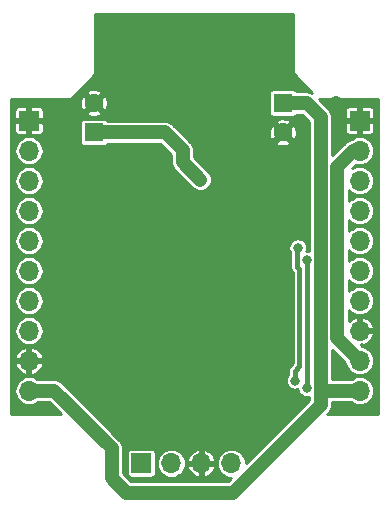
<source format=gbr>
G04 #@! TF.GenerationSoftware,KiCad,Pcbnew,5.1.2-1.fc30*
G04 #@! TF.CreationDate,2019-06-09T13:39:02+09:00*
G04 #@! TF.ProjectId,driver,64726976-6572-42e6-9b69-6361645f7063,rev?*
G04 #@! TF.SameCoordinates,Original*
G04 #@! TF.FileFunction,Copper,L2,Bot*
G04 #@! TF.FilePolarity,Positive*
%FSLAX46Y46*%
G04 Gerber Fmt 4.6, Leading zero omitted, Abs format (unit mm)*
G04 Created by KiCad (PCBNEW 5.1.2-1.fc30) date 2019-06-09 13:39:02*
%MOMM*%
%LPD*%
G04 APERTURE LIST*
%ADD10O,1.700000X1.700000*%
%ADD11R,1.700000X1.700000*%
%ADD12C,1.600000*%
%ADD13R,1.600000X1.600000*%
%ADD14C,1.200000*%
%ADD15C,0.800000*%
%ADD16C,1.200000*%
%ADD17C,0.400000*%
%ADD18C,0.254000*%
G04 APERTURE END LIST*
D10*
X148620000Y-94000000D03*
X146080000Y-94000000D03*
X143540000Y-94000000D03*
D11*
X141000000Y-94000000D03*
D10*
X159500000Y-87860000D03*
X159500000Y-85320000D03*
X159500000Y-82780000D03*
X159500000Y-80240000D03*
X159500000Y-77700000D03*
X159500000Y-75160000D03*
X159500000Y-72620000D03*
X159500000Y-70080000D03*
X159500000Y-67540000D03*
D11*
X159500000Y-65000000D03*
X131500000Y-65000000D03*
D10*
X131500000Y-67540000D03*
X131500000Y-70080000D03*
X131500000Y-72620000D03*
X131500000Y-75160000D03*
X131500000Y-77700000D03*
X131500000Y-80240000D03*
X131500000Y-82780000D03*
X131500000Y-85320000D03*
X131500000Y-87860000D03*
D12*
X137000000Y-63500000D03*
D13*
X137000000Y-66000000D03*
D12*
X153000000Y-66000000D03*
D13*
X153000000Y-63500000D03*
D14*
X157500000Y-63500000D03*
X150000000Y-70000000D03*
X152500000Y-75500000D03*
X154000000Y-74000000D03*
X148500000Y-68250000D03*
X150250000Y-66500000D03*
X142750000Y-60750000D03*
X140500000Y-63000000D03*
X140500000Y-60750000D03*
X140750000Y-69250000D03*
X138750000Y-76500000D03*
X140500000Y-76500000D03*
X144750000Y-72000000D03*
X143000000Y-70250000D03*
X145250000Y-76000000D03*
X151250000Y-80250000D03*
X134400000Y-71400000D03*
X150223536Y-79473536D03*
X154799979Y-73000000D03*
X135800021Y-75500000D03*
D15*
X146000000Y-70000000D03*
X154999979Y-76829436D03*
X154999979Y-87611046D03*
X154250003Y-75750003D03*
X154000000Y-87000000D03*
D16*
X146000000Y-70000000D02*
X144500000Y-68500000D01*
X144500000Y-68500000D02*
X144500000Y-67500000D01*
X143000000Y-66000000D02*
X137000000Y-66000000D01*
X144500000Y-67500000D02*
X143000000Y-66000000D01*
X158960000Y-67540000D02*
X159500000Y-67540000D01*
X157600000Y-68900000D02*
X158960000Y-67540000D01*
X159500000Y-85320000D02*
X157600000Y-83420000D01*
X157600000Y-83420000D02*
X157600000Y-68900000D01*
X156199989Y-64699989D02*
X155000000Y-63500000D01*
X155000000Y-63500000D02*
X153000000Y-63500000D01*
X148750000Y-96500000D02*
X156199989Y-89050011D01*
X133610000Y-87860000D02*
X138500000Y-92750000D01*
X131500000Y-87860000D02*
X133610000Y-87860000D01*
X138500000Y-95250000D02*
X139750000Y-96500000D01*
X138500000Y-92750000D02*
X138500000Y-95250000D01*
X139750000Y-96500000D02*
X148750000Y-96500000D01*
X156460000Y-87860000D02*
X156199989Y-87599989D01*
X156199989Y-89050011D02*
X156199989Y-87599989D01*
X159500000Y-87860000D02*
X156460000Y-87860000D01*
X156199989Y-87599989D02*
X156199989Y-64699989D01*
D17*
X154999979Y-76829436D02*
X154999979Y-77395121D01*
X154999979Y-77395121D02*
X154999979Y-87611046D01*
X154000000Y-86200000D02*
X154000000Y-87000000D01*
X154250003Y-75750003D02*
X154199978Y-75800028D01*
X154399969Y-77599969D02*
X154399969Y-85800031D01*
X154199978Y-75800028D02*
X154199978Y-77399978D01*
X154399969Y-85800031D02*
X154000000Y-86200000D01*
X154199978Y-77399978D02*
X154399969Y-77599969D01*
D18*
G36*
X153873000Y-61000000D02*
G01*
X153875440Y-61024776D01*
X153882667Y-61048601D01*
X153894403Y-61070557D01*
X153910197Y-61089803D01*
X155446950Y-62626556D01*
X155377229Y-62589289D01*
X155192310Y-62533195D01*
X155048187Y-62519000D01*
X155048186Y-62519000D01*
X155000000Y-62514254D01*
X154951814Y-62519000D01*
X154135264Y-62519000D01*
X154118322Y-62487304D01*
X154070711Y-62429289D01*
X154012696Y-62381678D01*
X153946508Y-62346299D01*
X153874689Y-62324513D01*
X153800000Y-62317157D01*
X152200000Y-62317157D01*
X152125311Y-62324513D01*
X152053492Y-62346299D01*
X151987304Y-62381678D01*
X151929289Y-62429289D01*
X151881678Y-62487304D01*
X151846299Y-62553492D01*
X151824513Y-62625311D01*
X151817157Y-62700000D01*
X151817157Y-64300000D01*
X151824513Y-64374689D01*
X151846299Y-64446508D01*
X151881678Y-64512696D01*
X151929289Y-64570711D01*
X151987304Y-64618322D01*
X152053492Y-64653701D01*
X152125311Y-64675487D01*
X152200000Y-64682843D01*
X153800000Y-64682843D01*
X153874689Y-64675487D01*
X153946508Y-64653701D01*
X154012696Y-64618322D01*
X154070711Y-64570711D01*
X154118322Y-64512696D01*
X154135264Y-64481000D01*
X154593657Y-64481000D01*
X155218990Y-65106334D01*
X155218990Y-76076699D01*
X155076901Y-76048436D01*
X154971736Y-76048436D01*
X155000990Y-75977812D01*
X155031003Y-75826925D01*
X155031003Y-75673081D01*
X155000990Y-75522194D01*
X154942116Y-75380061D01*
X154856645Y-75252144D01*
X154747862Y-75143361D01*
X154619945Y-75057890D01*
X154477812Y-74999016D01*
X154326925Y-74969003D01*
X154173081Y-74969003D01*
X154022194Y-74999016D01*
X153880061Y-75057890D01*
X153752144Y-75143361D01*
X153643361Y-75252144D01*
X153557890Y-75380061D01*
X153499016Y-75522194D01*
X153469003Y-75673081D01*
X153469003Y-75826925D01*
X153499016Y-75977812D01*
X153557890Y-76119945D01*
X153618978Y-76211370D01*
X153618979Y-77371428D01*
X153616167Y-77399978D01*
X153627385Y-77513873D01*
X153660607Y-77623392D01*
X153714557Y-77724325D01*
X153714558Y-77724326D01*
X153787162Y-77812795D01*
X153809334Y-77830991D01*
X153818969Y-77840626D01*
X153818970Y-85559372D01*
X153609360Y-85768983D01*
X153587183Y-85787183D01*
X153521147Y-85867650D01*
X153514579Y-85875653D01*
X153460629Y-85976586D01*
X153427407Y-86086105D01*
X153416189Y-86200000D01*
X153419000Y-86228540D01*
X153419000Y-86476499D01*
X153393358Y-86502141D01*
X153307887Y-86630058D01*
X153249013Y-86772191D01*
X153219000Y-86923078D01*
X153219000Y-87076922D01*
X153249013Y-87227809D01*
X153307887Y-87369942D01*
X153393358Y-87497859D01*
X153502141Y-87606642D01*
X153630058Y-87692113D01*
X153772191Y-87750987D01*
X153923078Y-87781000D01*
X154076922Y-87781000D01*
X154227809Y-87750987D01*
X154231232Y-87749569D01*
X154248992Y-87838855D01*
X154307866Y-87980988D01*
X154393337Y-88108905D01*
X154502120Y-88217688D01*
X154630037Y-88303159D01*
X154772170Y-88362033D01*
X154923057Y-88392046D01*
X155076901Y-88392046D01*
X155218989Y-88363783D01*
X155218989Y-88643668D01*
X149856333Y-94006324D01*
X149856956Y-94000000D01*
X149833188Y-93758682D01*
X149762798Y-93526637D01*
X149648491Y-93312784D01*
X149494660Y-93125340D01*
X149307216Y-92971509D01*
X149093363Y-92857202D01*
X148861318Y-92786812D01*
X148680472Y-92769000D01*
X148559528Y-92769000D01*
X148378682Y-92786812D01*
X148146637Y-92857202D01*
X147932784Y-92971509D01*
X147745340Y-93125340D01*
X147591509Y-93312784D01*
X147477202Y-93526637D01*
X147406812Y-93758682D01*
X147383044Y-94000000D01*
X147406812Y-94241318D01*
X147477202Y-94473363D01*
X147591509Y-94687216D01*
X147745340Y-94874660D01*
X147932784Y-95028491D01*
X148146637Y-95142798D01*
X148378682Y-95213188D01*
X148559528Y-95231000D01*
X148631657Y-95231000D01*
X148343657Y-95519000D01*
X140156344Y-95519000D01*
X139481000Y-94843657D01*
X139481000Y-93150000D01*
X139767157Y-93150000D01*
X139767157Y-94850000D01*
X139774513Y-94924689D01*
X139796299Y-94996508D01*
X139831678Y-95062696D01*
X139879289Y-95120711D01*
X139937304Y-95168322D01*
X140003492Y-95203701D01*
X140075311Y-95225487D01*
X140150000Y-95232843D01*
X141850000Y-95232843D01*
X141924689Y-95225487D01*
X141996508Y-95203701D01*
X142062696Y-95168322D01*
X142120711Y-95120711D01*
X142168322Y-95062696D01*
X142203701Y-94996508D01*
X142225487Y-94924689D01*
X142232843Y-94850000D01*
X142232843Y-94000000D01*
X142303044Y-94000000D01*
X142326812Y-94241318D01*
X142397202Y-94473363D01*
X142511509Y-94687216D01*
X142665340Y-94874660D01*
X142852784Y-95028491D01*
X143066637Y-95142798D01*
X143298682Y-95213188D01*
X143479528Y-95231000D01*
X143600472Y-95231000D01*
X143781318Y-95213188D01*
X144013363Y-95142798D01*
X144227216Y-95028491D01*
X144414660Y-94874660D01*
X144568491Y-94687216D01*
X144682798Y-94473363D01*
X144730235Y-94316981D01*
X144890505Y-94316981D01*
X144975201Y-94542949D01*
X145102353Y-94748052D01*
X145267076Y-94924408D01*
X145463039Y-95065239D01*
X145682712Y-95165134D01*
X145763020Y-95189489D01*
X145953000Y-95128627D01*
X145953000Y-94127000D01*
X146207000Y-94127000D01*
X146207000Y-95128627D01*
X146396980Y-95189489D01*
X146477288Y-95165134D01*
X146696961Y-95065239D01*
X146892924Y-94924408D01*
X147057647Y-94748052D01*
X147184799Y-94542949D01*
X147269495Y-94316981D01*
X147209187Y-94127000D01*
X146207000Y-94127000D01*
X145953000Y-94127000D01*
X144950813Y-94127000D01*
X144890505Y-94316981D01*
X144730235Y-94316981D01*
X144753188Y-94241318D01*
X144776956Y-94000000D01*
X144753188Y-93758682D01*
X144730236Y-93683019D01*
X144890505Y-93683019D01*
X144950813Y-93873000D01*
X145953000Y-93873000D01*
X145953000Y-92871373D01*
X146207000Y-92871373D01*
X146207000Y-93873000D01*
X147209187Y-93873000D01*
X147269495Y-93683019D01*
X147184799Y-93457051D01*
X147057647Y-93251948D01*
X146892924Y-93075592D01*
X146696961Y-92934761D01*
X146477288Y-92834866D01*
X146396980Y-92810511D01*
X146207000Y-92871373D01*
X145953000Y-92871373D01*
X145763020Y-92810511D01*
X145682712Y-92834866D01*
X145463039Y-92934761D01*
X145267076Y-93075592D01*
X145102353Y-93251948D01*
X144975201Y-93457051D01*
X144890505Y-93683019D01*
X144730236Y-93683019D01*
X144682798Y-93526637D01*
X144568491Y-93312784D01*
X144414660Y-93125340D01*
X144227216Y-92971509D01*
X144013363Y-92857202D01*
X143781318Y-92786812D01*
X143600472Y-92769000D01*
X143479528Y-92769000D01*
X143298682Y-92786812D01*
X143066637Y-92857202D01*
X142852784Y-92971509D01*
X142665340Y-93125340D01*
X142511509Y-93312784D01*
X142397202Y-93526637D01*
X142326812Y-93758682D01*
X142303044Y-94000000D01*
X142232843Y-94000000D01*
X142232843Y-93150000D01*
X142225487Y-93075311D01*
X142203701Y-93003492D01*
X142168322Y-92937304D01*
X142120711Y-92879289D01*
X142062696Y-92831678D01*
X141996508Y-92796299D01*
X141924689Y-92774513D01*
X141850000Y-92767157D01*
X140150000Y-92767157D01*
X140075311Y-92774513D01*
X140003492Y-92796299D01*
X139937304Y-92831678D01*
X139879289Y-92879289D01*
X139831678Y-92937304D01*
X139796299Y-93003492D01*
X139774513Y-93075311D01*
X139767157Y-93150000D01*
X139481000Y-93150000D01*
X139481000Y-92798183D01*
X139485746Y-92749999D01*
X139481000Y-92701813D01*
X139466805Y-92557690D01*
X139410711Y-92372771D01*
X139319618Y-92202349D01*
X139197028Y-92052972D01*
X139159593Y-92022250D01*
X134337750Y-87200407D01*
X134307028Y-87162972D01*
X134157651Y-87040382D01*
X133987229Y-86949289D01*
X133802310Y-86893195D01*
X133658187Y-86879000D01*
X133658186Y-86879000D01*
X133610000Y-86874254D01*
X133561814Y-86879000D01*
X132245084Y-86879000D01*
X132187216Y-86831509D01*
X131973363Y-86717202D01*
X131741318Y-86646812D01*
X131560472Y-86629000D01*
X131439528Y-86629000D01*
X131258682Y-86646812D01*
X131026637Y-86717202D01*
X130812784Y-86831509D01*
X130625340Y-86985340D01*
X130471509Y-87172784D01*
X130357202Y-87386637D01*
X130286812Y-87618682D01*
X130263044Y-87860000D01*
X130286812Y-88101318D01*
X130357202Y-88333363D01*
X130471509Y-88547216D01*
X130625340Y-88734660D01*
X130812784Y-88888491D01*
X131026637Y-89002798D01*
X131258682Y-89073188D01*
X131439528Y-89091000D01*
X131560472Y-89091000D01*
X131741318Y-89073188D01*
X131973363Y-89002798D01*
X132187216Y-88888491D01*
X132245084Y-88841000D01*
X133203657Y-88841000D01*
X134235657Y-89873000D01*
X129956000Y-89873000D01*
X129956000Y-85636980D01*
X130310511Y-85636980D01*
X130334866Y-85717288D01*
X130434761Y-85936961D01*
X130575592Y-86132924D01*
X130751948Y-86297647D01*
X130957051Y-86424799D01*
X131183019Y-86509495D01*
X131373000Y-86449187D01*
X131373000Y-85447000D01*
X131627000Y-85447000D01*
X131627000Y-86449187D01*
X131816981Y-86509495D01*
X132042949Y-86424799D01*
X132248052Y-86297647D01*
X132424408Y-86132924D01*
X132565239Y-85936961D01*
X132665134Y-85717288D01*
X132689489Y-85636980D01*
X132628627Y-85447000D01*
X131627000Y-85447000D01*
X131373000Y-85447000D01*
X130371373Y-85447000D01*
X130310511Y-85636980D01*
X129956000Y-85636980D01*
X129956000Y-85003020D01*
X130310511Y-85003020D01*
X130371373Y-85193000D01*
X131373000Y-85193000D01*
X131373000Y-84190813D01*
X131627000Y-84190813D01*
X131627000Y-85193000D01*
X132628627Y-85193000D01*
X132689489Y-85003020D01*
X132665134Y-84922712D01*
X132565239Y-84703039D01*
X132424408Y-84507076D01*
X132248052Y-84342353D01*
X132042949Y-84215201D01*
X131816981Y-84130505D01*
X131627000Y-84190813D01*
X131373000Y-84190813D01*
X131183019Y-84130505D01*
X130957051Y-84215201D01*
X130751948Y-84342353D01*
X130575592Y-84507076D01*
X130434761Y-84703039D01*
X130334866Y-84922712D01*
X130310511Y-85003020D01*
X129956000Y-85003020D01*
X129956000Y-82780000D01*
X130263044Y-82780000D01*
X130286812Y-83021318D01*
X130357202Y-83253363D01*
X130471509Y-83467216D01*
X130625340Y-83654660D01*
X130812784Y-83808491D01*
X131026637Y-83922798D01*
X131258682Y-83993188D01*
X131439528Y-84011000D01*
X131560472Y-84011000D01*
X131741318Y-83993188D01*
X131973363Y-83922798D01*
X132187216Y-83808491D01*
X132374660Y-83654660D01*
X132528491Y-83467216D01*
X132642798Y-83253363D01*
X132713188Y-83021318D01*
X132736956Y-82780000D01*
X132713188Y-82538682D01*
X132642798Y-82306637D01*
X132528491Y-82092784D01*
X132374660Y-81905340D01*
X132187216Y-81751509D01*
X131973363Y-81637202D01*
X131741318Y-81566812D01*
X131560472Y-81549000D01*
X131439528Y-81549000D01*
X131258682Y-81566812D01*
X131026637Y-81637202D01*
X130812784Y-81751509D01*
X130625340Y-81905340D01*
X130471509Y-82092784D01*
X130357202Y-82306637D01*
X130286812Y-82538682D01*
X130263044Y-82780000D01*
X129956000Y-82780000D01*
X129956000Y-80240000D01*
X130263044Y-80240000D01*
X130286812Y-80481318D01*
X130357202Y-80713363D01*
X130471509Y-80927216D01*
X130625340Y-81114660D01*
X130812784Y-81268491D01*
X131026637Y-81382798D01*
X131258682Y-81453188D01*
X131439528Y-81471000D01*
X131560472Y-81471000D01*
X131741318Y-81453188D01*
X131973363Y-81382798D01*
X132187216Y-81268491D01*
X132374660Y-81114660D01*
X132528491Y-80927216D01*
X132642798Y-80713363D01*
X132713188Y-80481318D01*
X132736956Y-80240000D01*
X132713188Y-79998682D01*
X132642798Y-79766637D01*
X132528491Y-79552784D01*
X132374660Y-79365340D01*
X132187216Y-79211509D01*
X131973363Y-79097202D01*
X131741318Y-79026812D01*
X131560472Y-79009000D01*
X131439528Y-79009000D01*
X131258682Y-79026812D01*
X131026637Y-79097202D01*
X130812784Y-79211509D01*
X130625340Y-79365340D01*
X130471509Y-79552784D01*
X130357202Y-79766637D01*
X130286812Y-79998682D01*
X130263044Y-80240000D01*
X129956000Y-80240000D01*
X129956000Y-77700000D01*
X130263044Y-77700000D01*
X130286812Y-77941318D01*
X130357202Y-78173363D01*
X130471509Y-78387216D01*
X130625340Y-78574660D01*
X130812784Y-78728491D01*
X131026637Y-78842798D01*
X131258682Y-78913188D01*
X131439528Y-78931000D01*
X131560472Y-78931000D01*
X131741318Y-78913188D01*
X131973363Y-78842798D01*
X132187216Y-78728491D01*
X132374660Y-78574660D01*
X132528491Y-78387216D01*
X132642798Y-78173363D01*
X132713188Y-77941318D01*
X132736956Y-77700000D01*
X132713188Y-77458682D01*
X132642798Y-77226637D01*
X132528491Y-77012784D01*
X132374660Y-76825340D01*
X132187216Y-76671509D01*
X131973363Y-76557202D01*
X131741318Y-76486812D01*
X131560472Y-76469000D01*
X131439528Y-76469000D01*
X131258682Y-76486812D01*
X131026637Y-76557202D01*
X130812784Y-76671509D01*
X130625340Y-76825340D01*
X130471509Y-77012784D01*
X130357202Y-77226637D01*
X130286812Y-77458682D01*
X130263044Y-77700000D01*
X129956000Y-77700000D01*
X129956000Y-75160000D01*
X130263044Y-75160000D01*
X130286812Y-75401318D01*
X130357202Y-75633363D01*
X130471509Y-75847216D01*
X130625340Y-76034660D01*
X130812784Y-76188491D01*
X131026637Y-76302798D01*
X131258682Y-76373188D01*
X131439528Y-76391000D01*
X131560472Y-76391000D01*
X131741318Y-76373188D01*
X131973363Y-76302798D01*
X132187216Y-76188491D01*
X132374660Y-76034660D01*
X132528491Y-75847216D01*
X132642798Y-75633363D01*
X132713188Y-75401318D01*
X132736956Y-75160000D01*
X132713188Y-74918682D01*
X132642798Y-74686637D01*
X132528491Y-74472784D01*
X132374660Y-74285340D01*
X132187216Y-74131509D01*
X131973363Y-74017202D01*
X131741318Y-73946812D01*
X131560472Y-73929000D01*
X131439528Y-73929000D01*
X131258682Y-73946812D01*
X131026637Y-74017202D01*
X130812784Y-74131509D01*
X130625340Y-74285340D01*
X130471509Y-74472784D01*
X130357202Y-74686637D01*
X130286812Y-74918682D01*
X130263044Y-75160000D01*
X129956000Y-75160000D01*
X129956000Y-72620000D01*
X130263044Y-72620000D01*
X130286812Y-72861318D01*
X130357202Y-73093363D01*
X130471509Y-73307216D01*
X130625340Y-73494660D01*
X130812784Y-73648491D01*
X131026637Y-73762798D01*
X131258682Y-73833188D01*
X131439528Y-73851000D01*
X131560472Y-73851000D01*
X131741318Y-73833188D01*
X131973363Y-73762798D01*
X132187216Y-73648491D01*
X132374660Y-73494660D01*
X132528491Y-73307216D01*
X132642798Y-73093363D01*
X132713188Y-72861318D01*
X132736956Y-72620000D01*
X132713188Y-72378682D01*
X132642798Y-72146637D01*
X132528491Y-71932784D01*
X132374660Y-71745340D01*
X132187216Y-71591509D01*
X131973363Y-71477202D01*
X131741318Y-71406812D01*
X131560472Y-71389000D01*
X131439528Y-71389000D01*
X131258682Y-71406812D01*
X131026637Y-71477202D01*
X130812784Y-71591509D01*
X130625340Y-71745340D01*
X130471509Y-71932784D01*
X130357202Y-72146637D01*
X130286812Y-72378682D01*
X130263044Y-72620000D01*
X129956000Y-72620000D01*
X129956000Y-70080000D01*
X130263044Y-70080000D01*
X130286812Y-70321318D01*
X130357202Y-70553363D01*
X130471509Y-70767216D01*
X130625340Y-70954660D01*
X130812784Y-71108491D01*
X131026637Y-71222798D01*
X131258682Y-71293188D01*
X131439528Y-71311000D01*
X131560472Y-71311000D01*
X131741318Y-71293188D01*
X131973363Y-71222798D01*
X132187216Y-71108491D01*
X132374660Y-70954660D01*
X132528491Y-70767216D01*
X132642798Y-70553363D01*
X132713188Y-70321318D01*
X132736956Y-70080000D01*
X132713188Y-69838682D01*
X132642798Y-69606637D01*
X132528491Y-69392784D01*
X132374660Y-69205340D01*
X132187216Y-69051509D01*
X131973363Y-68937202D01*
X131741318Y-68866812D01*
X131560472Y-68849000D01*
X131439528Y-68849000D01*
X131258682Y-68866812D01*
X131026637Y-68937202D01*
X130812784Y-69051509D01*
X130625340Y-69205340D01*
X130471509Y-69392784D01*
X130357202Y-69606637D01*
X130286812Y-69838682D01*
X130263044Y-70080000D01*
X129956000Y-70080000D01*
X129956000Y-67540000D01*
X130263044Y-67540000D01*
X130286812Y-67781318D01*
X130357202Y-68013363D01*
X130471509Y-68227216D01*
X130625340Y-68414660D01*
X130812784Y-68568491D01*
X131026637Y-68682798D01*
X131258682Y-68753188D01*
X131439528Y-68771000D01*
X131560472Y-68771000D01*
X131741318Y-68753188D01*
X131973363Y-68682798D01*
X132187216Y-68568491D01*
X132374660Y-68414660D01*
X132528491Y-68227216D01*
X132642798Y-68013363D01*
X132713188Y-67781318D01*
X132736956Y-67540000D01*
X132713188Y-67298682D01*
X132642798Y-67066637D01*
X132528491Y-66852784D01*
X132374660Y-66665340D01*
X132187216Y-66511509D01*
X131973363Y-66397202D01*
X131741318Y-66326812D01*
X131560472Y-66309000D01*
X131439528Y-66309000D01*
X131258682Y-66326812D01*
X131026637Y-66397202D01*
X130812784Y-66511509D01*
X130625340Y-66665340D01*
X130471509Y-66852784D01*
X130357202Y-67066637D01*
X130286812Y-67298682D01*
X130263044Y-67540000D01*
X129956000Y-67540000D01*
X129956000Y-65850000D01*
X130267157Y-65850000D01*
X130274513Y-65924689D01*
X130296299Y-65996508D01*
X130331678Y-66062696D01*
X130379289Y-66120711D01*
X130437304Y-66168322D01*
X130503492Y-66203701D01*
X130575311Y-66225487D01*
X130650000Y-66232843D01*
X131277750Y-66231000D01*
X131373000Y-66135750D01*
X131373000Y-65127000D01*
X131627000Y-65127000D01*
X131627000Y-66135750D01*
X131722250Y-66231000D01*
X132350000Y-66232843D01*
X132424689Y-66225487D01*
X132496508Y-66203701D01*
X132562696Y-66168322D01*
X132620711Y-66120711D01*
X132668322Y-66062696D01*
X132703701Y-65996508D01*
X132725487Y-65924689D01*
X132732843Y-65850000D01*
X132731000Y-65222250D01*
X132708750Y-65200000D01*
X135817157Y-65200000D01*
X135817157Y-66800000D01*
X135824513Y-66874689D01*
X135846299Y-66946508D01*
X135881678Y-67012696D01*
X135929289Y-67070711D01*
X135987304Y-67118322D01*
X136053492Y-67153701D01*
X136125311Y-67175487D01*
X136200000Y-67182843D01*
X137800000Y-67182843D01*
X137874689Y-67175487D01*
X137946508Y-67153701D01*
X138012696Y-67118322D01*
X138070711Y-67070711D01*
X138118322Y-67012696D01*
X138135264Y-66981000D01*
X142593657Y-66981000D01*
X143519001Y-67906344D01*
X143519000Y-68451813D01*
X143514254Y-68500000D01*
X143519000Y-68548186D01*
X143533195Y-68692309D01*
X143589289Y-68877228D01*
X143680382Y-69047651D01*
X143802972Y-69197028D01*
X143840407Y-69227750D01*
X145340401Y-70727744D01*
X145452349Y-70819617D01*
X145622771Y-70910710D01*
X145807690Y-70966804D01*
X145999999Y-70985746D01*
X146192309Y-70966804D01*
X146377228Y-70910710D01*
X146547650Y-70819617D01*
X146697027Y-70697027D01*
X146819617Y-70547650D01*
X146910710Y-70377228D01*
X146966804Y-70192309D01*
X146985746Y-69999999D01*
X146966804Y-69807690D01*
X146910710Y-69622771D01*
X146819617Y-69452349D01*
X146727744Y-69340401D01*
X145481000Y-68093657D01*
X145481000Y-67548183D01*
X145485746Y-67499999D01*
X145481000Y-67451813D01*
X145466805Y-67307690D01*
X145410711Y-67122771D01*
X145319618Y-66952349D01*
X145240828Y-66856342D01*
X152323263Y-66856342D01*
X152409218Y-67029207D01*
X152621358Y-67124687D01*
X152848048Y-67176945D01*
X153080578Y-67183975D01*
X153310012Y-67145505D01*
X153527532Y-67063014D01*
X153590782Y-67029207D01*
X153676737Y-66856342D01*
X153000000Y-66179605D01*
X152323263Y-66856342D01*
X145240828Y-66856342D01*
X145197028Y-66802972D01*
X145159593Y-66772250D01*
X144467921Y-66080578D01*
X151816025Y-66080578D01*
X151854495Y-66310012D01*
X151936986Y-66527532D01*
X151970793Y-66590782D01*
X152143658Y-66676737D01*
X152820395Y-66000000D01*
X153179605Y-66000000D01*
X153856342Y-66676737D01*
X154029207Y-66590782D01*
X154124687Y-66378642D01*
X154176945Y-66151952D01*
X154183975Y-65919422D01*
X154145505Y-65689988D01*
X154063014Y-65472468D01*
X154029207Y-65409218D01*
X153856342Y-65323263D01*
X153179605Y-66000000D01*
X152820395Y-66000000D01*
X152143658Y-65323263D01*
X151970793Y-65409218D01*
X151875313Y-65621358D01*
X151823055Y-65848048D01*
X151816025Y-66080578D01*
X144467921Y-66080578D01*
X143727750Y-65340407D01*
X143697028Y-65302972D01*
X143547651Y-65180382D01*
X143478946Y-65143658D01*
X152323263Y-65143658D01*
X153000000Y-65820395D01*
X153676737Y-65143658D01*
X153590782Y-64970793D01*
X153378642Y-64875313D01*
X153151952Y-64823055D01*
X152919422Y-64816025D01*
X152689988Y-64854495D01*
X152472468Y-64936986D01*
X152409218Y-64970793D01*
X152323263Y-65143658D01*
X143478946Y-65143658D01*
X143377229Y-65089289D01*
X143192310Y-65033195D01*
X143048187Y-65019000D01*
X143048186Y-65019000D01*
X143000000Y-65014254D01*
X142951814Y-65019000D01*
X138135264Y-65019000D01*
X138118322Y-64987304D01*
X138070711Y-64929289D01*
X138012696Y-64881678D01*
X137946508Y-64846299D01*
X137874689Y-64824513D01*
X137800000Y-64817157D01*
X136200000Y-64817157D01*
X136125311Y-64824513D01*
X136053492Y-64846299D01*
X135987304Y-64881678D01*
X135929289Y-64929289D01*
X135881678Y-64987304D01*
X135846299Y-65053492D01*
X135824513Y-65125311D01*
X135817157Y-65200000D01*
X132708750Y-65200000D01*
X132635750Y-65127000D01*
X131627000Y-65127000D01*
X131373000Y-65127000D01*
X130364250Y-65127000D01*
X130269000Y-65222250D01*
X130267157Y-65850000D01*
X129956000Y-65850000D01*
X129956000Y-64150000D01*
X130267157Y-64150000D01*
X130269000Y-64777750D01*
X130364250Y-64873000D01*
X131373000Y-64873000D01*
X131373000Y-63864250D01*
X131627000Y-63864250D01*
X131627000Y-64873000D01*
X132635750Y-64873000D01*
X132731000Y-64777750D01*
X132732237Y-64356342D01*
X136323263Y-64356342D01*
X136409218Y-64529207D01*
X136621358Y-64624687D01*
X136848048Y-64676945D01*
X137080578Y-64683975D01*
X137310012Y-64645505D01*
X137527532Y-64563014D01*
X137590782Y-64529207D01*
X137676737Y-64356342D01*
X137000000Y-63679605D01*
X136323263Y-64356342D01*
X132732237Y-64356342D01*
X132732843Y-64150000D01*
X132725487Y-64075311D01*
X132703701Y-64003492D01*
X132668322Y-63937304D01*
X132620711Y-63879289D01*
X132562696Y-63831678D01*
X132496508Y-63796299D01*
X132424689Y-63774513D01*
X132350000Y-63767157D01*
X131722250Y-63769000D01*
X131627000Y-63864250D01*
X131373000Y-63864250D01*
X131277750Y-63769000D01*
X130650000Y-63767157D01*
X130575311Y-63774513D01*
X130503492Y-63796299D01*
X130437304Y-63831678D01*
X130379289Y-63879289D01*
X130331678Y-63937304D01*
X130296299Y-64003492D01*
X130274513Y-64075311D01*
X130267157Y-64150000D01*
X129956000Y-64150000D01*
X129956000Y-63580578D01*
X135816025Y-63580578D01*
X135854495Y-63810012D01*
X135936986Y-64027532D01*
X135970793Y-64090782D01*
X136143658Y-64176737D01*
X136820395Y-63500000D01*
X137179605Y-63500000D01*
X137856342Y-64176737D01*
X138029207Y-64090782D01*
X138124687Y-63878642D01*
X138176945Y-63651952D01*
X138183975Y-63419422D01*
X138145505Y-63189988D01*
X138063014Y-62972468D01*
X138029207Y-62909218D01*
X137856342Y-62823263D01*
X137179605Y-63500000D01*
X136820395Y-63500000D01*
X136143658Y-62823263D01*
X135970793Y-62909218D01*
X135875313Y-63121358D01*
X135823055Y-63348048D01*
X135816025Y-63580578D01*
X129956000Y-63580578D01*
X129956000Y-63127000D01*
X135000000Y-63127000D01*
X135024776Y-63124560D01*
X135048601Y-63117333D01*
X135070557Y-63105597D01*
X135089803Y-63089803D01*
X135535948Y-62643658D01*
X136323263Y-62643658D01*
X137000000Y-63320395D01*
X137676737Y-62643658D01*
X137590782Y-62470793D01*
X137378642Y-62375313D01*
X137151952Y-62323055D01*
X136919422Y-62316025D01*
X136689988Y-62354495D01*
X136472468Y-62436986D01*
X136409218Y-62470793D01*
X136323263Y-62643658D01*
X135535948Y-62643658D01*
X137089803Y-61089803D01*
X137105597Y-61070557D01*
X137117333Y-61048601D01*
X137124560Y-61024776D01*
X137127000Y-61000000D01*
X137127000Y-55956000D01*
X153873000Y-55956000D01*
X153873000Y-61000000D01*
X153873000Y-61000000D01*
G37*
X153873000Y-61000000D02*
X153875440Y-61024776D01*
X153882667Y-61048601D01*
X153894403Y-61070557D01*
X153910197Y-61089803D01*
X155446950Y-62626556D01*
X155377229Y-62589289D01*
X155192310Y-62533195D01*
X155048187Y-62519000D01*
X155048186Y-62519000D01*
X155000000Y-62514254D01*
X154951814Y-62519000D01*
X154135264Y-62519000D01*
X154118322Y-62487304D01*
X154070711Y-62429289D01*
X154012696Y-62381678D01*
X153946508Y-62346299D01*
X153874689Y-62324513D01*
X153800000Y-62317157D01*
X152200000Y-62317157D01*
X152125311Y-62324513D01*
X152053492Y-62346299D01*
X151987304Y-62381678D01*
X151929289Y-62429289D01*
X151881678Y-62487304D01*
X151846299Y-62553492D01*
X151824513Y-62625311D01*
X151817157Y-62700000D01*
X151817157Y-64300000D01*
X151824513Y-64374689D01*
X151846299Y-64446508D01*
X151881678Y-64512696D01*
X151929289Y-64570711D01*
X151987304Y-64618322D01*
X152053492Y-64653701D01*
X152125311Y-64675487D01*
X152200000Y-64682843D01*
X153800000Y-64682843D01*
X153874689Y-64675487D01*
X153946508Y-64653701D01*
X154012696Y-64618322D01*
X154070711Y-64570711D01*
X154118322Y-64512696D01*
X154135264Y-64481000D01*
X154593657Y-64481000D01*
X155218990Y-65106334D01*
X155218990Y-76076699D01*
X155076901Y-76048436D01*
X154971736Y-76048436D01*
X155000990Y-75977812D01*
X155031003Y-75826925D01*
X155031003Y-75673081D01*
X155000990Y-75522194D01*
X154942116Y-75380061D01*
X154856645Y-75252144D01*
X154747862Y-75143361D01*
X154619945Y-75057890D01*
X154477812Y-74999016D01*
X154326925Y-74969003D01*
X154173081Y-74969003D01*
X154022194Y-74999016D01*
X153880061Y-75057890D01*
X153752144Y-75143361D01*
X153643361Y-75252144D01*
X153557890Y-75380061D01*
X153499016Y-75522194D01*
X153469003Y-75673081D01*
X153469003Y-75826925D01*
X153499016Y-75977812D01*
X153557890Y-76119945D01*
X153618978Y-76211370D01*
X153618979Y-77371428D01*
X153616167Y-77399978D01*
X153627385Y-77513873D01*
X153660607Y-77623392D01*
X153714557Y-77724325D01*
X153714558Y-77724326D01*
X153787162Y-77812795D01*
X153809334Y-77830991D01*
X153818969Y-77840626D01*
X153818970Y-85559372D01*
X153609360Y-85768983D01*
X153587183Y-85787183D01*
X153521147Y-85867650D01*
X153514579Y-85875653D01*
X153460629Y-85976586D01*
X153427407Y-86086105D01*
X153416189Y-86200000D01*
X153419000Y-86228540D01*
X153419000Y-86476499D01*
X153393358Y-86502141D01*
X153307887Y-86630058D01*
X153249013Y-86772191D01*
X153219000Y-86923078D01*
X153219000Y-87076922D01*
X153249013Y-87227809D01*
X153307887Y-87369942D01*
X153393358Y-87497859D01*
X153502141Y-87606642D01*
X153630058Y-87692113D01*
X153772191Y-87750987D01*
X153923078Y-87781000D01*
X154076922Y-87781000D01*
X154227809Y-87750987D01*
X154231232Y-87749569D01*
X154248992Y-87838855D01*
X154307866Y-87980988D01*
X154393337Y-88108905D01*
X154502120Y-88217688D01*
X154630037Y-88303159D01*
X154772170Y-88362033D01*
X154923057Y-88392046D01*
X155076901Y-88392046D01*
X155218989Y-88363783D01*
X155218989Y-88643668D01*
X149856333Y-94006324D01*
X149856956Y-94000000D01*
X149833188Y-93758682D01*
X149762798Y-93526637D01*
X149648491Y-93312784D01*
X149494660Y-93125340D01*
X149307216Y-92971509D01*
X149093363Y-92857202D01*
X148861318Y-92786812D01*
X148680472Y-92769000D01*
X148559528Y-92769000D01*
X148378682Y-92786812D01*
X148146637Y-92857202D01*
X147932784Y-92971509D01*
X147745340Y-93125340D01*
X147591509Y-93312784D01*
X147477202Y-93526637D01*
X147406812Y-93758682D01*
X147383044Y-94000000D01*
X147406812Y-94241318D01*
X147477202Y-94473363D01*
X147591509Y-94687216D01*
X147745340Y-94874660D01*
X147932784Y-95028491D01*
X148146637Y-95142798D01*
X148378682Y-95213188D01*
X148559528Y-95231000D01*
X148631657Y-95231000D01*
X148343657Y-95519000D01*
X140156344Y-95519000D01*
X139481000Y-94843657D01*
X139481000Y-93150000D01*
X139767157Y-93150000D01*
X139767157Y-94850000D01*
X139774513Y-94924689D01*
X139796299Y-94996508D01*
X139831678Y-95062696D01*
X139879289Y-95120711D01*
X139937304Y-95168322D01*
X140003492Y-95203701D01*
X140075311Y-95225487D01*
X140150000Y-95232843D01*
X141850000Y-95232843D01*
X141924689Y-95225487D01*
X141996508Y-95203701D01*
X142062696Y-95168322D01*
X142120711Y-95120711D01*
X142168322Y-95062696D01*
X142203701Y-94996508D01*
X142225487Y-94924689D01*
X142232843Y-94850000D01*
X142232843Y-94000000D01*
X142303044Y-94000000D01*
X142326812Y-94241318D01*
X142397202Y-94473363D01*
X142511509Y-94687216D01*
X142665340Y-94874660D01*
X142852784Y-95028491D01*
X143066637Y-95142798D01*
X143298682Y-95213188D01*
X143479528Y-95231000D01*
X143600472Y-95231000D01*
X143781318Y-95213188D01*
X144013363Y-95142798D01*
X144227216Y-95028491D01*
X144414660Y-94874660D01*
X144568491Y-94687216D01*
X144682798Y-94473363D01*
X144730235Y-94316981D01*
X144890505Y-94316981D01*
X144975201Y-94542949D01*
X145102353Y-94748052D01*
X145267076Y-94924408D01*
X145463039Y-95065239D01*
X145682712Y-95165134D01*
X145763020Y-95189489D01*
X145953000Y-95128627D01*
X145953000Y-94127000D01*
X146207000Y-94127000D01*
X146207000Y-95128627D01*
X146396980Y-95189489D01*
X146477288Y-95165134D01*
X146696961Y-95065239D01*
X146892924Y-94924408D01*
X147057647Y-94748052D01*
X147184799Y-94542949D01*
X147269495Y-94316981D01*
X147209187Y-94127000D01*
X146207000Y-94127000D01*
X145953000Y-94127000D01*
X144950813Y-94127000D01*
X144890505Y-94316981D01*
X144730235Y-94316981D01*
X144753188Y-94241318D01*
X144776956Y-94000000D01*
X144753188Y-93758682D01*
X144730236Y-93683019D01*
X144890505Y-93683019D01*
X144950813Y-93873000D01*
X145953000Y-93873000D01*
X145953000Y-92871373D01*
X146207000Y-92871373D01*
X146207000Y-93873000D01*
X147209187Y-93873000D01*
X147269495Y-93683019D01*
X147184799Y-93457051D01*
X147057647Y-93251948D01*
X146892924Y-93075592D01*
X146696961Y-92934761D01*
X146477288Y-92834866D01*
X146396980Y-92810511D01*
X146207000Y-92871373D01*
X145953000Y-92871373D01*
X145763020Y-92810511D01*
X145682712Y-92834866D01*
X145463039Y-92934761D01*
X145267076Y-93075592D01*
X145102353Y-93251948D01*
X144975201Y-93457051D01*
X144890505Y-93683019D01*
X144730236Y-93683019D01*
X144682798Y-93526637D01*
X144568491Y-93312784D01*
X144414660Y-93125340D01*
X144227216Y-92971509D01*
X144013363Y-92857202D01*
X143781318Y-92786812D01*
X143600472Y-92769000D01*
X143479528Y-92769000D01*
X143298682Y-92786812D01*
X143066637Y-92857202D01*
X142852784Y-92971509D01*
X142665340Y-93125340D01*
X142511509Y-93312784D01*
X142397202Y-93526637D01*
X142326812Y-93758682D01*
X142303044Y-94000000D01*
X142232843Y-94000000D01*
X142232843Y-93150000D01*
X142225487Y-93075311D01*
X142203701Y-93003492D01*
X142168322Y-92937304D01*
X142120711Y-92879289D01*
X142062696Y-92831678D01*
X141996508Y-92796299D01*
X141924689Y-92774513D01*
X141850000Y-92767157D01*
X140150000Y-92767157D01*
X140075311Y-92774513D01*
X140003492Y-92796299D01*
X139937304Y-92831678D01*
X139879289Y-92879289D01*
X139831678Y-92937304D01*
X139796299Y-93003492D01*
X139774513Y-93075311D01*
X139767157Y-93150000D01*
X139481000Y-93150000D01*
X139481000Y-92798183D01*
X139485746Y-92749999D01*
X139481000Y-92701813D01*
X139466805Y-92557690D01*
X139410711Y-92372771D01*
X139319618Y-92202349D01*
X139197028Y-92052972D01*
X139159593Y-92022250D01*
X134337750Y-87200407D01*
X134307028Y-87162972D01*
X134157651Y-87040382D01*
X133987229Y-86949289D01*
X133802310Y-86893195D01*
X133658187Y-86879000D01*
X133658186Y-86879000D01*
X133610000Y-86874254D01*
X133561814Y-86879000D01*
X132245084Y-86879000D01*
X132187216Y-86831509D01*
X131973363Y-86717202D01*
X131741318Y-86646812D01*
X131560472Y-86629000D01*
X131439528Y-86629000D01*
X131258682Y-86646812D01*
X131026637Y-86717202D01*
X130812784Y-86831509D01*
X130625340Y-86985340D01*
X130471509Y-87172784D01*
X130357202Y-87386637D01*
X130286812Y-87618682D01*
X130263044Y-87860000D01*
X130286812Y-88101318D01*
X130357202Y-88333363D01*
X130471509Y-88547216D01*
X130625340Y-88734660D01*
X130812784Y-88888491D01*
X131026637Y-89002798D01*
X131258682Y-89073188D01*
X131439528Y-89091000D01*
X131560472Y-89091000D01*
X131741318Y-89073188D01*
X131973363Y-89002798D01*
X132187216Y-88888491D01*
X132245084Y-88841000D01*
X133203657Y-88841000D01*
X134235657Y-89873000D01*
X129956000Y-89873000D01*
X129956000Y-85636980D01*
X130310511Y-85636980D01*
X130334866Y-85717288D01*
X130434761Y-85936961D01*
X130575592Y-86132924D01*
X130751948Y-86297647D01*
X130957051Y-86424799D01*
X131183019Y-86509495D01*
X131373000Y-86449187D01*
X131373000Y-85447000D01*
X131627000Y-85447000D01*
X131627000Y-86449187D01*
X131816981Y-86509495D01*
X132042949Y-86424799D01*
X132248052Y-86297647D01*
X132424408Y-86132924D01*
X132565239Y-85936961D01*
X132665134Y-85717288D01*
X132689489Y-85636980D01*
X132628627Y-85447000D01*
X131627000Y-85447000D01*
X131373000Y-85447000D01*
X130371373Y-85447000D01*
X130310511Y-85636980D01*
X129956000Y-85636980D01*
X129956000Y-85003020D01*
X130310511Y-85003020D01*
X130371373Y-85193000D01*
X131373000Y-85193000D01*
X131373000Y-84190813D01*
X131627000Y-84190813D01*
X131627000Y-85193000D01*
X132628627Y-85193000D01*
X132689489Y-85003020D01*
X132665134Y-84922712D01*
X132565239Y-84703039D01*
X132424408Y-84507076D01*
X132248052Y-84342353D01*
X132042949Y-84215201D01*
X131816981Y-84130505D01*
X131627000Y-84190813D01*
X131373000Y-84190813D01*
X131183019Y-84130505D01*
X130957051Y-84215201D01*
X130751948Y-84342353D01*
X130575592Y-84507076D01*
X130434761Y-84703039D01*
X130334866Y-84922712D01*
X130310511Y-85003020D01*
X129956000Y-85003020D01*
X129956000Y-82780000D01*
X130263044Y-82780000D01*
X130286812Y-83021318D01*
X130357202Y-83253363D01*
X130471509Y-83467216D01*
X130625340Y-83654660D01*
X130812784Y-83808491D01*
X131026637Y-83922798D01*
X131258682Y-83993188D01*
X131439528Y-84011000D01*
X131560472Y-84011000D01*
X131741318Y-83993188D01*
X131973363Y-83922798D01*
X132187216Y-83808491D01*
X132374660Y-83654660D01*
X132528491Y-83467216D01*
X132642798Y-83253363D01*
X132713188Y-83021318D01*
X132736956Y-82780000D01*
X132713188Y-82538682D01*
X132642798Y-82306637D01*
X132528491Y-82092784D01*
X132374660Y-81905340D01*
X132187216Y-81751509D01*
X131973363Y-81637202D01*
X131741318Y-81566812D01*
X131560472Y-81549000D01*
X131439528Y-81549000D01*
X131258682Y-81566812D01*
X131026637Y-81637202D01*
X130812784Y-81751509D01*
X130625340Y-81905340D01*
X130471509Y-82092784D01*
X130357202Y-82306637D01*
X130286812Y-82538682D01*
X130263044Y-82780000D01*
X129956000Y-82780000D01*
X129956000Y-80240000D01*
X130263044Y-80240000D01*
X130286812Y-80481318D01*
X130357202Y-80713363D01*
X130471509Y-80927216D01*
X130625340Y-81114660D01*
X130812784Y-81268491D01*
X131026637Y-81382798D01*
X131258682Y-81453188D01*
X131439528Y-81471000D01*
X131560472Y-81471000D01*
X131741318Y-81453188D01*
X131973363Y-81382798D01*
X132187216Y-81268491D01*
X132374660Y-81114660D01*
X132528491Y-80927216D01*
X132642798Y-80713363D01*
X132713188Y-80481318D01*
X132736956Y-80240000D01*
X132713188Y-79998682D01*
X132642798Y-79766637D01*
X132528491Y-79552784D01*
X132374660Y-79365340D01*
X132187216Y-79211509D01*
X131973363Y-79097202D01*
X131741318Y-79026812D01*
X131560472Y-79009000D01*
X131439528Y-79009000D01*
X131258682Y-79026812D01*
X131026637Y-79097202D01*
X130812784Y-79211509D01*
X130625340Y-79365340D01*
X130471509Y-79552784D01*
X130357202Y-79766637D01*
X130286812Y-79998682D01*
X130263044Y-80240000D01*
X129956000Y-80240000D01*
X129956000Y-77700000D01*
X130263044Y-77700000D01*
X130286812Y-77941318D01*
X130357202Y-78173363D01*
X130471509Y-78387216D01*
X130625340Y-78574660D01*
X130812784Y-78728491D01*
X131026637Y-78842798D01*
X131258682Y-78913188D01*
X131439528Y-78931000D01*
X131560472Y-78931000D01*
X131741318Y-78913188D01*
X131973363Y-78842798D01*
X132187216Y-78728491D01*
X132374660Y-78574660D01*
X132528491Y-78387216D01*
X132642798Y-78173363D01*
X132713188Y-77941318D01*
X132736956Y-77700000D01*
X132713188Y-77458682D01*
X132642798Y-77226637D01*
X132528491Y-77012784D01*
X132374660Y-76825340D01*
X132187216Y-76671509D01*
X131973363Y-76557202D01*
X131741318Y-76486812D01*
X131560472Y-76469000D01*
X131439528Y-76469000D01*
X131258682Y-76486812D01*
X131026637Y-76557202D01*
X130812784Y-76671509D01*
X130625340Y-76825340D01*
X130471509Y-77012784D01*
X130357202Y-77226637D01*
X130286812Y-77458682D01*
X130263044Y-77700000D01*
X129956000Y-77700000D01*
X129956000Y-75160000D01*
X130263044Y-75160000D01*
X130286812Y-75401318D01*
X130357202Y-75633363D01*
X130471509Y-75847216D01*
X130625340Y-76034660D01*
X130812784Y-76188491D01*
X131026637Y-76302798D01*
X131258682Y-76373188D01*
X131439528Y-76391000D01*
X131560472Y-76391000D01*
X131741318Y-76373188D01*
X131973363Y-76302798D01*
X132187216Y-76188491D01*
X132374660Y-76034660D01*
X132528491Y-75847216D01*
X132642798Y-75633363D01*
X132713188Y-75401318D01*
X132736956Y-75160000D01*
X132713188Y-74918682D01*
X132642798Y-74686637D01*
X132528491Y-74472784D01*
X132374660Y-74285340D01*
X132187216Y-74131509D01*
X131973363Y-74017202D01*
X131741318Y-73946812D01*
X131560472Y-73929000D01*
X131439528Y-73929000D01*
X131258682Y-73946812D01*
X131026637Y-74017202D01*
X130812784Y-74131509D01*
X130625340Y-74285340D01*
X130471509Y-74472784D01*
X130357202Y-74686637D01*
X130286812Y-74918682D01*
X130263044Y-75160000D01*
X129956000Y-75160000D01*
X129956000Y-72620000D01*
X130263044Y-72620000D01*
X130286812Y-72861318D01*
X130357202Y-73093363D01*
X130471509Y-73307216D01*
X130625340Y-73494660D01*
X130812784Y-73648491D01*
X131026637Y-73762798D01*
X131258682Y-73833188D01*
X131439528Y-73851000D01*
X131560472Y-73851000D01*
X131741318Y-73833188D01*
X131973363Y-73762798D01*
X132187216Y-73648491D01*
X132374660Y-73494660D01*
X132528491Y-73307216D01*
X132642798Y-73093363D01*
X132713188Y-72861318D01*
X132736956Y-72620000D01*
X132713188Y-72378682D01*
X132642798Y-72146637D01*
X132528491Y-71932784D01*
X132374660Y-71745340D01*
X132187216Y-71591509D01*
X131973363Y-71477202D01*
X131741318Y-71406812D01*
X131560472Y-71389000D01*
X131439528Y-71389000D01*
X131258682Y-71406812D01*
X131026637Y-71477202D01*
X130812784Y-71591509D01*
X130625340Y-71745340D01*
X130471509Y-71932784D01*
X130357202Y-72146637D01*
X130286812Y-72378682D01*
X130263044Y-72620000D01*
X129956000Y-72620000D01*
X129956000Y-70080000D01*
X130263044Y-70080000D01*
X130286812Y-70321318D01*
X130357202Y-70553363D01*
X130471509Y-70767216D01*
X130625340Y-70954660D01*
X130812784Y-71108491D01*
X131026637Y-71222798D01*
X131258682Y-71293188D01*
X131439528Y-71311000D01*
X131560472Y-71311000D01*
X131741318Y-71293188D01*
X131973363Y-71222798D01*
X132187216Y-71108491D01*
X132374660Y-70954660D01*
X132528491Y-70767216D01*
X132642798Y-70553363D01*
X132713188Y-70321318D01*
X132736956Y-70080000D01*
X132713188Y-69838682D01*
X132642798Y-69606637D01*
X132528491Y-69392784D01*
X132374660Y-69205340D01*
X132187216Y-69051509D01*
X131973363Y-68937202D01*
X131741318Y-68866812D01*
X131560472Y-68849000D01*
X131439528Y-68849000D01*
X131258682Y-68866812D01*
X131026637Y-68937202D01*
X130812784Y-69051509D01*
X130625340Y-69205340D01*
X130471509Y-69392784D01*
X130357202Y-69606637D01*
X130286812Y-69838682D01*
X130263044Y-70080000D01*
X129956000Y-70080000D01*
X129956000Y-67540000D01*
X130263044Y-67540000D01*
X130286812Y-67781318D01*
X130357202Y-68013363D01*
X130471509Y-68227216D01*
X130625340Y-68414660D01*
X130812784Y-68568491D01*
X131026637Y-68682798D01*
X131258682Y-68753188D01*
X131439528Y-68771000D01*
X131560472Y-68771000D01*
X131741318Y-68753188D01*
X131973363Y-68682798D01*
X132187216Y-68568491D01*
X132374660Y-68414660D01*
X132528491Y-68227216D01*
X132642798Y-68013363D01*
X132713188Y-67781318D01*
X132736956Y-67540000D01*
X132713188Y-67298682D01*
X132642798Y-67066637D01*
X132528491Y-66852784D01*
X132374660Y-66665340D01*
X132187216Y-66511509D01*
X131973363Y-66397202D01*
X131741318Y-66326812D01*
X131560472Y-66309000D01*
X131439528Y-66309000D01*
X131258682Y-66326812D01*
X131026637Y-66397202D01*
X130812784Y-66511509D01*
X130625340Y-66665340D01*
X130471509Y-66852784D01*
X130357202Y-67066637D01*
X130286812Y-67298682D01*
X130263044Y-67540000D01*
X129956000Y-67540000D01*
X129956000Y-65850000D01*
X130267157Y-65850000D01*
X130274513Y-65924689D01*
X130296299Y-65996508D01*
X130331678Y-66062696D01*
X130379289Y-66120711D01*
X130437304Y-66168322D01*
X130503492Y-66203701D01*
X130575311Y-66225487D01*
X130650000Y-66232843D01*
X131277750Y-66231000D01*
X131373000Y-66135750D01*
X131373000Y-65127000D01*
X131627000Y-65127000D01*
X131627000Y-66135750D01*
X131722250Y-66231000D01*
X132350000Y-66232843D01*
X132424689Y-66225487D01*
X132496508Y-66203701D01*
X132562696Y-66168322D01*
X132620711Y-66120711D01*
X132668322Y-66062696D01*
X132703701Y-65996508D01*
X132725487Y-65924689D01*
X132732843Y-65850000D01*
X132731000Y-65222250D01*
X132708750Y-65200000D01*
X135817157Y-65200000D01*
X135817157Y-66800000D01*
X135824513Y-66874689D01*
X135846299Y-66946508D01*
X135881678Y-67012696D01*
X135929289Y-67070711D01*
X135987304Y-67118322D01*
X136053492Y-67153701D01*
X136125311Y-67175487D01*
X136200000Y-67182843D01*
X137800000Y-67182843D01*
X137874689Y-67175487D01*
X137946508Y-67153701D01*
X138012696Y-67118322D01*
X138070711Y-67070711D01*
X138118322Y-67012696D01*
X138135264Y-66981000D01*
X142593657Y-66981000D01*
X143519001Y-67906344D01*
X143519000Y-68451813D01*
X143514254Y-68500000D01*
X143519000Y-68548186D01*
X143533195Y-68692309D01*
X143589289Y-68877228D01*
X143680382Y-69047651D01*
X143802972Y-69197028D01*
X143840407Y-69227750D01*
X145340401Y-70727744D01*
X145452349Y-70819617D01*
X145622771Y-70910710D01*
X145807690Y-70966804D01*
X145999999Y-70985746D01*
X146192309Y-70966804D01*
X146377228Y-70910710D01*
X146547650Y-70819617D01*
X146697027Y-70697027D01*
X146819617Y-70547650D01*
X146910710Y-70377228D01*
X146966804Y-70192309D01*
X146985746Y-69999999D01*
X146966804Y-69807690D01*
X146910710Y-69622771D01*
X146819617Y-69452349D01*
X146727744Y-69340401D01*
X145481000Y-68093657D01*
X145481000Y-67548183D01*
X145485746Y-67499999D01*
X145481000Y-67451813D01*
X145466805Y-67307690D01*
X145410711Y-67122771D01*
X145319618Y-66952349D01*
X145240828Y-66856342D01*
X152323263Y-66856342D01*
X152409218Y-67029207D01*
X152621358Y-67124687D01*
X152848048Y-67176945D01*
X153080578Y-67183975D01*
X153310012Y-67145505D01*
X153527532Y-67063014D01*
X153590782Y-67029207D01*
X153676737Y-66856342D01*
X153000000Y-66179605D01*
X152323263Y-66856342D01*
X145240828Y-66856342D01*
X145197028Y-66802972D01*
X145159593Y-66772250D01*
X144467921Y-66080578D01*
X151816025Y-66080578D01*
X151854495Y-66310012D01*
X151936986Y-66527532D01*
X151970793Y-66590782D01*
X152143658Y-66676737D01*
X152820395Y-66000000D01*
X153179605Y-66000000D01*
X153856342Y-66676737D01*
X154029207Y-66590782D01*
X154124687Y-66378642D01*
X154176945Y-66151952D01*
X154183975Y-65919422D01*
X154145505Y-65689988D01*
X154063014Y-65472468D01*
X154029207Y-65409218D01*
X153856342Y-65323263D01*
X153179605Y-66000000D01*
X152820395Y-66000000D01*
X152143658Y-65323263D01*
X151970793Y-65409218D01*
X151875313Y-65621358D01*
X151823055Y-65848048D01*
X151816025Y-66080578D01*
X144467921Y-66080578D01*
X143727750Y-65340407D01*
X143697028Y-65302972D01*
X143547651Y-65180382D01*
X143478946Y-65143658D01*
X152323263Y-65143658D01*
X153000000Y-65820395D01*
X153676737Y-65143658D01*
X153590782Y-64970793D01*
X153378642Y-64875313D01*
X153151952Y-64823055D01*
X152919422Y-64816025D01*
X152689988Y-64854495D01*
X152472468Y-64936986D01*
X152409218Y-64970793D01*
X152323263Y-65143658D01*
X143478946Y-65143658D01*
X143377229Y-65089289D01*
X143192310Y-65033195D01*
X143048187Y-65019000D01*
X143048186Y-65019000D01*
X143000000Y-65014254D01*
X142951814Y-65019000D01*
X138135264Y-65019000D01*
X138118322Y-64987304D01*
X138070711Y-64929289D01*
X138012696Y-64881678D01*
X137946508Y-64846299D01*
X137874689Y-64824513D01*
X137800000Y-64817157D01*
X136200000Y-64817157D01*
X136125311Y-64824513D01*
X136053492Y-64846299D01*
X135987304Y-64881678D01*
X135929289Y-64929289D01*
X135881678Y-64987304D01*
X135846299Y-65053492D01*
X135824513Y-65125311D01*
X135817157Y-65200000D01*
X132708750Y-65200000D01*
X132635750Y-65127000D01*
X131627000Y-65127000D01*
X131373000Y-65127000D01*
X130364250Y-65127000D01*
X130269000Y-65222250D01*
X130267157Y-65850000D01*
X129956000Y-65850000D01*
X129956000Y-64150000D01*
X130267157Y-64150000D01*
X130269000Y-64777750D01*
X130364250Y-64873000D01*
X131373000Y-64873000D01*
X131373000Y-63864250D01*
X131627000Y-63864250D01*
X131627000Y-64873000D01*
X132635750Y-64873000D01*
X132731000Y-64777750D01*
X132732237Y-64356342D01*
X136323263Y-64356342D01*
X136409218Y-64529207D01*
X136621358Y-64624687D01*
X136848048Y-64676945D01*
X137080578Y-64683975D01*
X137310012Y-64645505D01*
X137527532Y-64563014D01*
X137590782Y-64529207D01*
X137676737Y-64356342D01*
X137000000Y-63679605D01*
X136323263Y-64356342D01*
X132732237Y-64356342D01*
X132732843Y-64150000D01*
X132725487Y-64075311D01*
X132703701Y-64003492D01*
X132668322Y-63937304D01*
X132620711Y-63879289D01*
X132562696Y-63831678D01*
X132496508Y-63796299D01*
X132424689Y-63774513D01*
X132350000Y-63767157D01*
X131722250Y-63769000D01*
X131627000Y-63864250D01*
X131373000Y-63864250D01*
X131277750Y-63769000D01*
X130650000Y-63767157D01*
X130575311Y-63774513D01*
X130503492Y-63796299D01*
X130437304Y-63831678D01*
X130379289Y-63879289D01*
X130331678Y-63937304D01*
X130296299Y-64003492D01*
X130274513Y-64075311D01*
X130267157Y-64150000D01*
X129956000Y-64150000D01*
X129956000Y-63580578D01*
X135816025Y-63580578D01*
X135854495Y-63810012D01*
X135936986Y-64027532D01*
X135970793Y-64090782D01*
X136143658Y-64176737D01*
X136820395Y-63500000D01*
X137179605Y-63500000D01*
X137856342Y-64176737D01*
X138029207Y-64090782D01*
X138124687Y-63878642D01*
X138176945Y-63651952D01*
X138183975Y-63419422D01*
X138145505Y-63189988D01*
X138063014Y-62972468D01*
X138029207Y-62909218D01*
X137856342Y-62823263D01*
X137179605Y-63500000D01*
X136820395Y-63500000D01*
X136143658Y-62823263D01*
X135970793Y-62909218D01*
X135875313Y-63121358D01*
X135823055Y-63348048D01*
X135816025Y-63580578D01*
X129956000Y-63580578D01*
X129956000Y-63127000D01*
X135000000Y-63127000D01*
X135024776Y-63124560D01*
X135048601Y-63117333D01*
X135070557Y-63105597D01*
X135089803Y-63089803D01*
X135535948Y-62643658D01*
X136323263Y-62643658D01*
X137000000Y-63320395D01*
X137676737Y-62643658D01*
X137590782Y-62470793D01*
X137378642Y-62375313D01*
X137151952Y-62323055D01*
X136919422Y-62316025D01*
X136689988Y-62354495D01*
X136472468Y-62436986D01*
X136409218Y-62470793D01*
X136323263Y-62643658D01*
X135535948Y-62643658D01*
X137089803Y-61089803D01*
X137105597Y-61070557D01*
X137117333Y-61048601D01*
X137124560Y-61024776D01*
X137127000Y-61000000D01*
X137127000Y-55956000D01*
X153873000Y-55956000D01*
X153873000Y-61000000D01*
G36*
X161044000Y-89873000D02*
G01*
X156764343Y-89873000D01*
X156859582Y-89777761D01*
X156897017Y-89747039D01*
X157019607Y-89597662D01*
X157110700Y-89427240D01*
X157166794Y-89242321D01*
X157180989Y-89098198D01*
X157180989Y-89098196D01*
X157185735Y-89050012D01*
X157180989Y-89001828D01*
X157180989Y-88841000D01*
X158754916Y-88841000D01*
X158812784Y-88888491D01*
X159026637Y-89002798D01*
X159258682Y-89073188D01*
X159439528Y-89091000D01*
X159560472Y-89091000D01*
X159741318Y-89073188D01*
X159973363Y-89002798D01*
X160187216Y-88888491D01*
X160374660Y-88734660D01*
X160528491Y-88547216D01*
X160642798Y-88333363D01*
X160713188Y-88101318D01*
X160736956Y-87860000D01*
X160713188Y-87618682D01*
X160642798Y-87386637D01*
X160528491Y-87172784D01*
X160374660Y-86985340D01*
X160187216Y-86831509D01*
X159973363Y-86717202D01*
X159741318Y-86646812D01*
X159560472Y-86629000D01*
X159439528Y-86629000D01*
X159258682Y-86646812D01*
X159026637Y-86717202D01*
X158812784Y-86831509D01*
X158754916Y-86879000D01*
X157180989Y-86879000D01*
X157180989Y-84388332D01*
X158279474Y-85486818D01*
X158286812Y-85561318D01*
X158357202Y-85793363D01*
X158471509Y-86007216D01*
X158625340Y-86194660D01*
X158812784Y-86348491D01*
X159026637Y-86462798D01*
X159258682Y-86533188D01*
X159439528Y-86551000D01*
X159560472Y-86551000D01*
X159741318Y-86533188D01*
X159973363Y-86462798D01*
X160187216Y-86348491D01*
X160374660Y-86194660D01*
X160528491Y-86007216D01*
X160642798Y-85793363D01*
X160713188Y-85561318D01*
X160736956Y-85320000D01*
X160713188Y-85078682D01*
X160642798Y-84846637D01*
X160528491Y-84632784D01*
X160374660Y-84445340D01*
X160187216Y-84291509D01*
X159973363Y-84177202D01*
X159741318Y-84106812D01*
X159666818Y-84099474D01*
X159578344Y-84011000D01*
X159627002Y-84011000D01*
X159627002Y-83909188D01*
X159816981Y-83969495D01*
X160042949Y-83884799D01*
X160248052Y-83757647D01*
X160424408Y-83592924D01*
X160565239Y-83396961D01*
X160665134Y-83177288D01*
X160689489Y-83096980D01*
X160628627Y-82907000D01*
X159627000Y-82907000D01*
X159627000Y-82927000D01*
X159373000Y-82927000D01*
X159373000Y-82907000D01*
X159353000Y-82907000D01*
X159353000Y-82653000D01*
X159373000Y-82653000D01*
X159373000Y-81650813D01*
X159627000Y-81650813D01*
X159627000Y-82653000D01*
X160628627Y-82653000D01*
X160689489Y-82463020D01*
X160665134Y-82382712D01*
X160565239Y-82163039D01*
X160424408Y-81967076D01*
X160248052Y-81802353D01*
X160042949Y-81675201D01*
X159816981Y-81590505D01*
X159627000Y-81650813D01*
X159373000Y-81650813D01*
X159183019Y-81590505D01*
X158957051Y-81675201D01*
X158751948Y-81802353D01*
X158581000Y-81962025D01*
X158581000Y-81060631D01*
X158625340Y-81114660D01*
X158812784Y-81268491D01*
X159026637Y-81382798D01*
X159258682Y-81453188D01*
X159439528Y-81471000D01*
X159560472Y-81471000D01*
X159741318Y-81453188D01*
X159973363Y-81382798D01*
X160187216Y-81268491D01*
X160374660Y-81114660D01*
X160528491Y-80927216D01*
X160642798Y-80713363D01*
X160713188Y-80481318D01*
X160736956Y-80240000D01*
X160713188Y-79998682D01*
X160642798Y-79766637D01*
X160528491Y-79552784D01*
X160374660Y-79365340D01*
X160187216Y-79211509D01*
X159973363Y-79097202D01*
X159741318Y-79026812D01*
X159560472Y-79009000D01*
X159439528Y-79009000D01*
X159258682Y-79026812D01*
X159026637Y-79097202D01*
X158812784Y-79211509D01*
X158625340Y-79365340D01*
X158581000Y-79419369D01*
X158581000Y-78520631D01*
X158625340Y-78574660D01*
X158812784Y-78728491D01*
X159026637Y-78842798D01*
X159258682Y-78913188D01*
X159439528Y-78931000D01*
X159560472Y-78931000D01*
X159741318Y-78913188D01*
X159973363Y-78842798D01*
X160187216Y-78728491D01*
X160374660Y-78574660D01*
X160528491Y-78387216D01*
X160642798Y-78173363D01*
X160713188Y-77941318D01*
X160736956Y-77700000D01*
X160713188Y-77458682D01*
X160642798Y-77226637D01*
X160528491Y-77012784D01*
X160374660Y-76825340D01*
X160187216Y-76671509D01*
X159973363Y-76557202D01*
X159741318Y-76486812D01*
X159560472Y-76469000D01*
X159439528Y-76469000D01*
X159258682Y-76486812D01*
X159026637Y-76557202D01*
X158812784Y-76671509D01*
X158625340Y-76825340D01*
X158581000Y-76879369D01*
X158581000Y-75980631D01*
X158625340Y-76034660D01*
X158812784Y-76188491D01*
X159026637Y-76302798D01*
X159258682Y-76373188D01*
X159439528Y-76391000D01*
X159560472Y-76391000D01*
X159741318Y-76373188D01*
X159973363Y-76302798D01*
X160187216Y-76188491D01*
X160374660Y-76034660D01*
X160528491Y-75847216D01*
X160642798Y-75633363D01*
X160713188Y-75401318D01*
X160736956Y-75160000D01*
X160713188Y-74918682D01*
X160642798Y-74686637D01*
X160528491Y-74472784D01*
X160374660Y-74285340D01*
X160187216Y-74131509D01*
X159973363Y-74017202D01*
X159741318Y-73946812D01*
X159560472Y-73929000D01*
X159439528Y-73929000D01*
X159258682Y-73946812D01*
X159026637Y-74017202D01*
X158812784Y-74131509D01*
X158625340Y-74285340D01*
X158581000Y-74339369D01*
X158581000Y-73440631D01*
X158625340Y-73494660D01*
X158812784Y-73648491D01*
X159026637Y-73762798D01*
X159258682Y-73833188D01*
X159439528Y-73851000D01*
X159560472Y-73851000D01*
X159741318Y-73833188D01*
X159973363Y-73762798D01*
X160187216Y-73648491D01*
X160374660Y-73494660D01*
X160528491Y-73307216D01*
X160642798Y-73093363D01*
X160713188Y-72861318D01*
X160736956Y-72620000D01*
X160713188Y-72378682D01*
X160642798Y-72146637D01*
X160528491Y-71932784D01*
X160374660Y-71745340D01*
X160187216Y-71591509D01*
X159973363Y-71477202D01*
X159741318Y-71406812D01*
X159560472Y-71389000D01*
X159439528Y-71389000D01*
X159258682Y-71406812D01*
X159026637Y-71477202D01*
X158812784Y-71591509D01*
X158625340Y-71745340D01*
X158581000Y-71799369D01*
X158581000Y-70900631D01*
X158625340Y-70954660D01*
X158812784Y-71108491D01*
X159026637Y-71222798D01*
X159258682Y-71293188D01*
X159439528Y-71311000D01*
X159560472Y-71311000D01*
X159741318Y-71293188D01*
X159973363Y-71222798D01*
X160187216Y-71108491D01*
X160374660Y-70954660D01*
X160528491Y-70767216D01*
X160642798Y-70553363D01*
X160713188Y-70321318D01*
X160736956Y-70080000D01*
X160713188Y-69838682D01*
X160642798Y-69606637D01*
X160528491Y-69392784D01*
X160374660Y-69205340D01*
X160187216Y-69051509D01*
X159973363Y-68937202D01*
X159741318Y-68866812D01*
X159560472Y-68849000D01*
X159439528Y-68849000D01*
X159258682Y-68866812D01*
X159026637Y-68937202D01*
X158862302Y-69025041D01*
X159163138Y-68724205D01*
X159258682Y-68753188D01*
X159439528Y-68771000D01*
X159560472Y-68771000D01*
X159741318Y-68753188D01*
X159973363Y-68682798D01*
X160187216Y-68568491D01*
X160374660Y-68414660D01*
X160528491Y-68227216D01*
X160642798Y-68013363D01*
X160713188Y-67781318D01*
X160736956Y-67540000D01*
X160713188Y-67298682D01*
X160642798Y-67066637D01*
X160528491Y-66852784D01*
X160374660Y-66665340D01*
X160187216Y-66511509D01*
X159973363Y-66397202D01*
X159741318Y-66326812D01*
X159560472Y-66309000D01*
X159439528Y-66309000D01*
X159258682Y-66326812D01*
X159026637Y-66397202D01*
X158812784Y-66511509D01*
X158719987Y-66587665D01*
X158582771Y-66629289D01*
X158412349Y-66720382D01*
X158262972Y-66842972D01*
X158232250Y-66880407D01*
X157180989Y-67931668D01*
X157180989Y-65850000D01*
X158267157Y-65850000D01*
X158274513Y-65924689D01*
X158296299Y-65996508D01*
X158331678Y-66062696D01*
X158379289Y-66120711D01*
X158437304Y-66168322D01*
X158503492Y-66203701D01*
X158575311Y-66225487D01*
X158650000Y-66232843D01*
X159277750Y-66231000D01*
X159373000Y-66135750D01*
X159373000Y-65127000D01*
X159627000Y-65127000D01*
X159627000Y-66135750D01*
X159722250Y-66231000D01*
X160350000Y-66232843D01*
X160424689Y-66225487D01*
X160496508Y-66203701D01*
X160562696Y-66168322D01*
X160620711Y-66120711D01*
X160668322Y-66062696D01*
X160703701Y-65996508D01*
X160725487Y-65924689D01*
X160732843Y-65850000D01*
X160731000Y-65222250D01*
X160635750Y-65127000D01*
X159627000Y-65127000D01*
X159373000Y-65127000D01*
X158364250Y-65127000D01*
X158269000Y-65222250D01*
X158267157Y-65850000D01*
X157180989Y-65850000D01*
X157180989Y-64748175D01*
X157185735Y-64699989D01*
X157166794Y-64507679D01*
X157110700Y-64322760D01*
X157019607Y-64152338D01*
X157017688Y-64150000D01*
X158267157Y-64150000D01*
X158269000Y-64777750D01*
X158364250Y-64873000D01*
X159373000Y-64873000D01*
X159373000Y-63864250D01*
X159627000Y-63864250D01*
X159627000Y-64873000D01*
X160635750Y-64873000D01*
X160731000Y-64777750D01*
X160732843Y-64150000D01*
X160725487Y-64075311D01*
X160703701Y-64003492D01*
X160668322Y-63937304D01*
X160620711Y-63879289D01*
X160562696Y-63831678D01*
X160496508Y-63796299D01*
X160424689Y-63774513D01*
X160350000Y-63767157D01*
X159722250Y-63769000D01*
X159627000Y-63864250D01*
X159373000Y-63864250D01*
X159277750Y-63769000D01*
X158650000Y-63767157D01*
X158575311Y-63774513D01*
X158503492Y-63796299D01*
X158437304Y-63831678D01*
X158379289Y-63879289D01*
X158331678Y-63937304D01*
X158296299Y-64003492D01*
X158274513Y-64075311D01*
X158267157Y-64150000D01*
X157017688Y-64150000D01*
X156897017Y-64002961D01*
X156859587Y-63972243D01*
X156014343Y-63127000D01*
X161044001Y-63127000D01*
X161044000Y-89873000D01*
X161044000Y-89873000D01*
G37*
X161044000Y-89873000D02*
X156764343Y-89873000D01*
X156859582Y-89777761D01*
X156897017Y-89747039D01*
X157019607Y-89597662D01*
X157110700Y-89427240D01*
X157166794Y-89242321D01*
X157180989Y-89098198D01*
X157180989Y-89098196D01*
X157185735Y-89050012D01*
X157180989Y-89001828D01*
X157180989Y-88841000D01*
X158754916Y-88841000D01*
X158812784Y-88888491D01*
X159026637Y-89002798D01*
X159258682Y-89073188D01*
X159439528Y-89091000D01*
X159560472Y-89091000D01*
X159741318Y-89073188D01*
X159973363Y-89002798D01*
X160187216Y-88888491D01*
X160374660Y-88734660D01*
X160528491Y-88547216D01*
X160642798Y-88333363D01*
X160713188Y-88101318D01*
X160736956Y-87860000D01*
X160713188Y-87618682D01*
X160642798Y-87386637D01*
X160528491Y-87172784D01*
X160374660Y-86985340D01*
X160187216Y-86831509D01*
X159973363Y-86717202D01*
X159741318Y-86646812D01*
X159560472Y-86629000D01*
X159439528Y-86629000D01*
X159258682Y-86646812D01*
X159026637Y-86717202D01*
X158812784Y-86831509D01*
X158754916Y-86879000D01*
X157180989Y-86879000D01*
X157180989Y-84388332D01*
X158279474Y-85486818D01*
X158286812Y-85561318D01*
X158357202Y-85793363D01*
X158471509Y-86007216D01*
X158625340Y-86194660D01*
X158812784Y-86348491D01*
X159026637Y-86462798D01*
X159258682Y-86533188D01*
X159439528Y-86551000D01*
X159560472Y-86551000D01*
X159741318Y-86533188D01*
X159973363Y-86462798D01*
X160187216Y-86348491D01*
X160374660Y-86194660D01*
X160528491Y-86007216D01*
X160642798Y-85793363D01*
X160713188Y-85561318D01*
X160736956Y-85320000D01*
X160713188Y-85078682D01*
X160642798Y-84846637D01*
X160528491Y-84632784D01*
X160374660Y-84445340D01*
X160187216Y-84291509D01*
X159973363Y-84177202D01*
X159741318Y-84106812D01*
X159666818Y-84099474D01*
X159578344Y-84011000D01*
X159627002Y-84011000D01*
X159627002Y-83909188D01*
X159816981Y-83969495D01*
X160042949Y-83884799D01*
X160248052Y-83757647D01*
X160424408Y-83592924D01*
X160565239Y-83396961D01*
X160665134Y-83177288D01*
X160689489Y-83096980D01*
X160628627Y-82907000D01*
X159627000Y-82907000D01*
X159627000Y-82927000D01*
X159373000Y-82927000D01*
X159373000Y-82907000D01*
X159353000Y-82907000D01*
X159353000Y-82653000D01*
X159373000Y-82653000D01*
X159373000Y-81650813D01*
X159627000Y-81650813D01*
X159627000Y-82653000D01*
X160628627Y-82653000D01*
X160689489Y-82463020D01*
X160665134Y-82382712D01*
X160565239Y-82163039D01*
X160424408Y-81967076D01*
X160248052Y-81802353D01*
X160042949Y-81675201D01*
X159816981Y-81590505D01*
X159627000Y-81650813D01*
X159373000Y-81650813D01*
X159183019Y-81590505D01*
X158957051Y-81675201D01*
X158751948Y-81802353D01*
X158581000Y-81962025D01*
X158581000Y-81060631D01*
X158625340Y-81114660D01*
X158812784Y-81268491D01*
X159026637Y-81382798D01*
X159258682Y-81453188D01*
X159439528Y-81471000D01*
X159560472Y-81471000D01*
X159741318Y-81453188D01*
X159973363Y-81382798D01*
X160187216Y-81268491D01*
X160374660Y-81114660D01*
X160528491Y-80927216D01*
X160642798Y-80713363D01*
X160713188Y-80481318D01*
X160736956Y-80240000D01*
X160713188Y-79998682D01*
X160642798Y-79766637D01*
X160528491Y-79552784D01*
X160374660Y-79365340D01*
X160187216Y-79211509D01*
X159973363Y-79097202D01*
X159741318Y-79026812D01*
X159560472Y-79009000D01*
X159439528Y-79009000D01*
X159258682Y-79026812D01*
X159026637Y-79097202D01*
X158812784Y-79211509D01*
X158625340Y-79365340D01*
X158581000Y-79419369D01*
X158581000Y-78520631D01*
X158625340Y-78574660D01*
X158812784Y-78728491D01*
X159026637Y-78842798D01*
X159258682Y-78913188D01*
X159439528Y-78931000D01*
X159560472Y-78931000D01*
X159741318Y-78913188D01*
X159973363Y-78842798D01*
X160187216Y-78728491D01*
X160374660Y-78574660D01*
X160528491Y-78387216D01*
X160642798Y-78173363D01*
X160713188Y-77941318D01*
X160736956Y-77700000D01*
X160713188Y-77458682D01*
X160642798Y-77226637D01*
X160528491Y-77012784D01*
X160374660Y-76825340D01*
X160187216Y-76671509D01*
X159973363Y-76557202D01*
X159741318Y-76486812D01*
X159560472Y-76469000D01*
X159439528Y-76469000D01*
X159258682Y-76486812D01*
X159026637Y-76557202D01*
X158812784Y-76671509D01*
X158625340Y-76825340D01*
X158581000Y-76879369D01*
X158581000Y-75980631D01*
X158625340Y-76034660D01*
X158812784Y-76188491D01*
X159026637Y-76302798D01*
X159258682Y-76373188D01*
X159439528Y-76391000D01*
X159560472Y-76391000D01*
X159741318Y-76373188D01*
X159973363Y-76302798D01*
X160187216Y-76188491D01*
X160374660Y-76034660D01*
X160528491Y-75847216D01*
X160642798Y-75633363D01*
X160713188Y-75401318D01*
X160736956Y-75160000D01*
X160713188Y-74918682D01*
X160642798Y-74686637D01*
X160528491Y-74472784D01*
X160374660Y-74285340D01*
X160187216Y-74131509D01*
X159973363Y-74017202D01*
X159741318Y-73946812D01*
X159560472Y-73929000D01*
X159439528Y-73929000D01*
X159258682Y-73946812D01*
X159026637Y-74017202D01*
X158812784Y-74131509D01*
X158625340Y-74285340D01*
X158581000Y-74339369D01*
X158581000Y-73440631D01*
X158625340Y-73494660D01*
X158812784Y-73648491D01*
X159026637Y-73762798D01*
X159258682Y-73833188D01*
X159439528Y-73851000D01*
X159560472Y-73851000D01*
X159741318Y-73833188D01*
X159973363Y-73762798D01*
X160187216Y-73648491D01*
X160374660Y-73494660D01*
X160528491Y-73307216D01*
X160642798Y-73093363D01*
X160713188Y-72861318D01*
X160736956Y-72620000D01*
X160713188Y-72378682D01*
X160642798Y-72146637D01*
X160528491Y-71932784D01*
X160374660Y-71745340D01*
X160187216Y-71591509D01*
X159973363Y-71477202D01*
X159741318Y-71406812D01*
X159560472Y-71389000D01*
X159439528Y-71389000D01*
X159258682Y-71406812D01*
X159026637Y-71477202D01*
X158812784Y-71591509D01*
X158625340Y-71745340D01*
X158581000Y-71799369D01*
X158581000Y-70900631D01*
X158625340Y-70954660D01*
X158812784Y-71108491D01*
X159026637Y-71222798D01*
X159258682Y-71293188D01*
X159439528Y-71311000D01*
X159560472Y-71311000D01*
X159741318Y-71293188D01*
X159973363Y-71222798D01*
X160187216Y-71108491D01*
X160374660Y-70954660D01*
X160528491Y-70767216D01*
X160642798Y-70553363D01*
X160713188Y-70321318D01*
X160736956Y-70080000D01*
X160713188Y-69838682D01*
X160642798Y-69606637D01*
X160528491Y-69392784D01*
X160374660Y-69205340D01*
X160187216Y-69051509D01*
X159973363Y-68937202D01*
X159741318Y-68866812D01*
X159560472Y-68849000D01*
X159439528Y-68849000D01*
X159258682Y-68866812D01*
X159026637Y-68937202D01*
X158862302Y-69025041D01*
X159163138Y-68724205D01*
X159258682Y-68753188D01*
X159439528Y-68771000D01*
X159560472Y-68771000D01*
X159741318Y-68753188D01*
X159973363Y-68682798D01*
X160187216Y-68568491D01*
X160374660Y-68414660D01*
X160528491Y-68227216D01*
X160642798Y-68013363D01*
X160713188Y-67781318D01*
X160736956Y-67540000D01*
X160713188Y-67298682D01*
X160642798Y-67066637D01*
X160528491Y-66852784D01*
X160374660Y-66665340D01*
X160187216Y-66511509D01*
X159973363Y-66397202D01*
X159741318Y-66326812D01*
X159560472Y-66309000D01*
X159439528Y-66309000D01*
X159258682Y-66326812D01*
X159026637Y-66397202D01*
X158812784Y-66511509D01*
X158719987Y-66587665D01*
X158582771Y-66629289D01*
X158412349Y-66720382D01*
X158262972Y-66842972D01*
X158232250Y-66880407D01*
X157180989Y-67931668D01*
X157180989Y-65850000D01*
X158267157Y-65850000D01*
X158274513Y-65924689D01*
X158296299Y-65996508D01*
X158331678Y-66062696D01*
X158379289Y-66120711D01*
X158437304Y-66168322D01*
X158503492Y-66203701D01*
X158575311Y-66225487D01*
X158650000Y-66232843D01*
X159277750Y-66231000D01*
X159373000Y-66135750D01*
X159373000Y-65127000D01*
X159627000Y-65127000D01*
X159627000Y-66135750D01*
X159722250Y-66231000D01*
X160350000Y-66232843D01*
X160424689Y-66225487D01*
X160496508Y-66203701D01*
X160562696Y-66168322D01*
X160620711Y-66120711D01*
X160668322Y-66062696D01*
X160703701Y-65996508D01*
X160725487Y-65924689D01*
X160732843Y-65850000D01*
X160731000Y-65222250D01*
X160635750Y-65127000D01*
X159627000Y-65127000D01*
X159373000Y-65127000D01*
X158364250Y-65127000D01*
X158269000Y-65222250D01*
X158267157Y-65850000D01*
X157180989Y-65850000D01*
X157180989Y-64748175D01*
X157185735Y-64699989D01*
X157166794Y-64507679D01*
X157110700Y-64322760D01*
X157019607Y-64152338D01*
X157017688Y-64150000D01*
X158267157Y-64150000D01*
X158269000Y-64777750D01*
X158364250Y-64873000D01*
X159373000Y-64873000D01*
X159373000Y-63864250D01*
X159627000Y-63864250D01*
X159627000Y-64873000D01*
X160635750Y-64873000D01*
X160731000Y-64777750D01*
X160732843Y-64150000D01*
X160725487Y-64075311D01*
X160703701Y-64003492D01*
X160668322Y-63937304D01*
X160620711Y-63879289D01*
X160562696Y-63831678D01*
X160496508Y-63796299D01*
X160424689Y-63774513D01*
X160350000Y-63767157D01*
X159722250Y-63769000D01*
X159627000Y-63864250D01*
X159373000Y-63864250D01*
X159277750Y-63769000D01*
X158650000Y-63767157D01*
X158575311Y-63774513D01*
X158503492Y-63796299D01*
X158437304Y-63831678D01*
X158379289Y-63879289D01*
X158331678Y-63937304D01*
X158296299Y-64003492D01*
X158274513Y-64075311D01*
X158267157Y-64150000D01*
X157017688Y-64150000D01*
X156897017Y-64002961D01*
X156859587Y-63972243D01*
X156014343Y-63127000D01*
X161044001Y-63127000D01*
X161044000Y-89873000D01*
M02*

</source>
